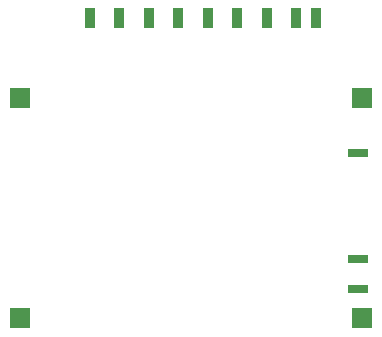
<source format=gbr>
%TF.GenerationSoftware,Novarm,DipTrace,3.2.0.1*%
%TF.CreationDate,2018-03-01T22:24:21+00:00*%
%FSLAX26Y26*%
%MOIN*%
%TF.FileFunction,Paste,Bot*%
%TF.Part,Single*%
%ADD71R,0.070866X0.070866*%
%ADD78R,0.070866X0.031496*%
%ADD80R,0.035433X0.070866*%
G75*
G01*
%LPD*%
D80*
X2424803Y1493701D3*
X2357874D3*
X2262402D3*
X2163976D3*
X2065551D3*
X1967126D3*
X1868701D3*
X1770276D3*
D71*
X2580118Y1227951D3*
Y493699D3*
X1438386D3*
Y1227951D3*
D78*
X2564370Y1044881D3*
Y590157D3*
Y692518D3*
D80*
X1671850Y1493701D3*
M02*

</source>
